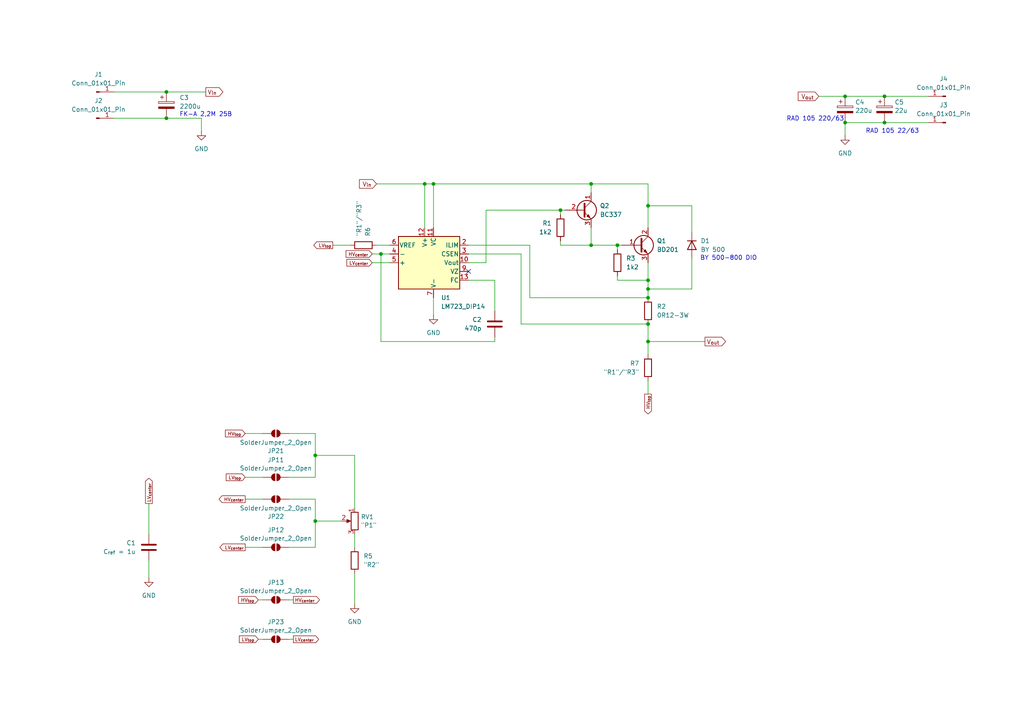
<source format=kicad_sch>
(kicad_sch (version 20231120) (generator "eeschema") (generator_version "8.0")
  (paper "A4")
  (lib_symbols
    (symbol "Connector:Conn_01x01_Pin" (pin_names (offset 1.016) hide)
      (property "Reference" "J" (at 0 2.54 0))
      (property "Value" "Conn_01x01_Pin" (at 0 -2.54 0))
      (symbol "Conn_01x01_Pin_1_1"
        (polyline (pts (xy 1.27 0) (xy 0.8636 0)) (stroke (width 0.1524)))
        (rectangle (start 0.8636 0.127) (end 0 -0.127) (stroke (width 0.1524)) (fill (type outline)))
        (pin passive line (at 5.08 0 180) (length 3.81) (name "Pin_1") (number "1"))
      )
    )
    (symbol "Device:C" (pin_numbers hide) (pin_names (offset 0.254))
      (property "Reference" "C" (at 0.635 2.54 0))
      (property "Value" "C" (at 0.635 -2.54 0))
      (symbol "C_0_1"
        (polyline (pts (xy -2.032 -0.762) (xy 2.032 -0.762)) (stroke (width 0.508)))
        (polyline (pts (xy -2.032 0.762) (xy 2.032 0.762)) (stroke (width 0.508)))
      )
      (symbol "C_1_1"
        (pin passive line (at 0 3.81 270) (length 2.794) (name "~") (number "1"))
        (pin passive line (at 0 -3.81 90) (length 2.794) (name "~") (number "2"))
      )
    )
    (symbol "Device:C_Polarized" (pin_numbers hide) (pin_names (offset 0.254))
      (property "Reference" "C" (at 0.635 2.54 0))
      (property "Value" "C_Polarized" (at 0.635 -2.54 0))
      (symbol "C_Polarized_0_1"
        (rectangle (start -2.286 0.508) (end 2.286 1.016))
        (polyline (pts (xy -1.778 2.286) (xy -0.762 2.286)))
        (polyline (pts (xy -1.27 2.794) (xy -1.27 1.778)))
        (rectangle (start 2.286 -0.508) (end -2.286 -1.016) (fill (type outline)))
      )
      (symbol "C_Polarized_1_1"
        (pin passive line (at 0 3.81 270) (length 2.794) (name "~") (number "1"))
        (pin passive line (at 0 -3.81 90) (length 2.794) (name "~") (number "2"))
      )
    )
    (symbol "Device:D" (pin_numbers hide) (pin_names (offset 1.016) hide)
      (property "Reference" "D" (at 0 2.54 0))
      (property "Value" "D" (at 0 -2.54 0))
      (symbol "D_0_1"
        (polyline (pts (xy -1.27 1.27) (xy -1.27 -1.27)) (stroke (width 0.254)))
        (polyline (pts (xy 1.27 0) (xy -1.27 0)))
        (polyline (pts (xy 1.27 1.27) (xy 1.27 -1.27) (xy -1.27 0) (xy 1.27 1.27)) (stroke (width 0.254)))
      )
      (symbol "D_1_1"
        (pin passive line (at -3.81 0 0) (length 2.54) (name "K") (number "1"))
        (pin passive line (at 3.81 0 180) (length 2.54) (name "A") (number "2"))
      )
    )
    (symbol "Device:R" (pin_numbers hide) (pin_names (offset 0))
      (property "Reference" "R" (at 2.032 0 90))
      (property "Value" "R" (at 0 0 90))
      (symbol "R_0_1"
        (rectangle (start -1.016 -2.54) (end 1.016 2.54) (stroke (width 0.254)))
      )
      (symbol "R_1_1"
        (pin passive line (at 0 3.81 270) (length 1.27) (name "~") (number "1"))
        (pin passive line (at 0 -3.81 90) (length 1.27) (name "~") (number "2"))
      )
    )
    (symbol "Device:R_Potentiometer" (pin_names (offset 1.016) hide)
      (property "Reference" "RV" (at -4.445 0 90))
      (property "Value" "R_Potentiometer" (at -2.54 0 90))
      (symbol "R_Potentiometer_0_1"
        (polyline (pts (xy 2.54 0) (xy 1.524 0)))
        (polyline (pts (xy 1.143 0) (xy 2.286 0.508) (xy 2.286 -0.508) (xy 1.143 0)) (fill (type outline)))
        (rectangle (start 1.016 2.54) (end -1.016 -2.54) (stroke (width 0.254)))
      )
      (symbol "R_Potentiometer_1_1"
        (pin passive line (at 0 3.81 270) (length 1.27) (name "1") (number "1"))
        (pin passive line (at 3.81 0 180) (length 1.27) (name "2") (number "2"))
        (pin passive line (at 0 -3.81 90) (length 1.27) (name "3") (number "3"))
      )
    )
    (symbol "Jumper:SolderJumper_2_Open" (pin_numbers hide) (pin_names (offset 0) hide) (exclude_from_sim yes) (in_bom no)
      (property "Reference" "JP" (at 0 2.032 0))
      (property "Value" "SolderJumper_2_Open" (at 0 -2.54 0))
      (symbol "SolderJumper_2_Open_0_1"
        (arc (start -0.254 1.016) (mid -1.2656 0) (end -0.254 -1.016))
        (arc (start -0.254 1.016) (mid -1.2656 0) (end -0.254 -1.016) (fill (type outline)))
        (polyline (pts (xy -0.254 1.016) (xy -0.254 -1.016)))
        (polyline (pts (xy 0.254 1.016) (xy 0.254 -1.016)))
        (arc (start 0.254 -1.016) (mid 1.2656 0) (end 0.254 1.016))
        (arc (start 0.254 -1.016) (mid 1.2656 0) (end 0.254 1.016) (fill (type outline)))
      )
      (symbol "SolderJumper_2_Open_1_1"
        (pin passive line (at -3.81 0 0) (length 2.54) (name "A") (number "1"))
        (pin passive line (at 3.81 0 180) (length 2.54) (name "B") (number "2"))
      )
    )
    (symbol "Regulator_Linear:LM723_DIP14" (pin_names (offset 0.254))
      (property "Reference" "U" (at 0.635 10.795 0))
      (property "Value" "LM723_DIP14" (at 0.635 8.89 0))
      (symbol "LM723_DIP14_0_1"
        (rectangle (start -10.16 -7.62) (end 7.62 7.62) (stroke (width 0.254)) (fill (type background)))
      )
      (symbol "LM723_DIP14_1_1"
        (pin no_connect line (at -10.16 -5.08 0) (length 2.54) hide (name "NC") (number "1"))
        (pin power_out line (at 10.16 0 180) (length 2.54) (name "Vout") (number "10"))
        (pin power_in line (at 0 10.16 270) (length 2.54) (name "VC") (number "11"))
        (pin power_in line (at -2.54 10.16 270) (length 2.54) (name "V+") (number "12"))
        (pin input line (at 10.16 -5.08 180) (length 2.54) (name "FC") (number "13"))
        (pin no_connect line (at -2.54 -7.62 90) (length 2.54) hide (name "NC") (number "14"))
        (pin input line (at 10.16 5.08 180) (length 2.54) (name "ILIM") (number "2"))
        (pin input line (at 10.16 2.54 180) (length 2.54) (name "CSEN") (number "3"))
        (pin input line (at -12.7 2.54 0) (length 2.54) (name "-") (number "4"))
        (pin input line (at -12.7 0 0) (length 2.54) (name "+") (number "5"))
        (pin power_out line (at -12.7 5.08 0) (length 2.54) (name "VREF") (number "6"))
        (pin power_in line (at 0 -10.16 90) (length 2.54) (name "V-") (number "7"))
        (pin no_connect line (at -10.16 -2.54 0) (length 2.54) hide (name "NC") (number "8"))
        (pin input line (at 10.16 -2.54 180) (length 2.54) (name "VZ") (number "9"))
      )
    )
    (symbol "Transistor_BJT:BC337" (pin_names (offset 0) hide)
      (property "Reference" "Q" (at 5.08 1.905 0))
      (property "Value" "BC337" (at 5.08 0 0))
      (symbol "BC337_0_1"
        (polyline (pts (xy 0 0) (xy 0.635 0)))
        (polyline (pts (xy 0.635 0.635) (xy 2.54 2.54)))
        (polyline (pts (xy 0.635 -0.635) (xy 2.54 -2.54) (xy 2.54 -2.54)))
        (polyline (pts (xy 0.635 1.905) (xy 0.635 -1.905) (xy 0.635 -1.905)) (stroke (width 0.508)))
        (polyline (pts (xy 1.27 -1.778) (xy 1.778 -1.27) (xy 2.286 -2.286) (xy 1.27 -1.778) (xy 1.27 -1.778)) (fill (type outline)))
        (circle (center 1.27 0) (radius 2.8194) (stroke (width 0.254)))
      )
      (symbol "BC337_1_1"
        (pin passive line (at 2.54 5.08 270) (length 2.54) (name "C") (number "1"))
        (pin input line (at -5.08 0 0) (length 5.08) (name "B") (number "2"))
        (pin passive line (at 2.54 -5.08 90) (length 2.54) (name "E") (number "3"))
      )
    )
    (symbol "Transistor_BJT:BD909" (pin_names (offset 0) hide)
      (property "Reference" "Q" (at 6.35 1.905 0))
      (property "Value" "BD909" (at 6.35 0 0))
      (symbol "BD909_0_1"
        (polyline (pts (xy 0.635 0.635) (xy 2.54 2.54)))
        (polyline (pts (xy 0.635 -0.635) (xy 2.54 -2.54) (xy 2.54 -2.54)))
        (polyline (pts (xy 0.635 1.905) (xy 0.635 -1.905) (xy 0.635 -1.905)) (stroke (width 0.508)))
        (polyline (pts (xy 1.27 -1.778) (xy 1.778 -1.27) (xy 2.286 -2.286) (xy 1.27 -1.778) (xy 1.27 -1.778)) (fill (type outline)))
        (circle (center 1.27 0) (radius 2.8194) (stroke (width 0.254)))
      )
      (symbol "BD909_1_1"
        (pin input line (at -5.08 0 0) (length 5.715) (name "B") (number "1"))
        (pin passive line (at 2.54 5.08 270) (length 2.54) (name "C") (number "2"))
        (pin passive line (at 2.54 -5.08 90) (length 2.54) (name "E") (number "3"))
      )
    )
    (symbol "power:GND" (power) (pin_numbers hide) (pin_names (offset 0) hide)
      (property "Value" "GND" (at 0 -3.81 0))
      (symbol "GND_0_1"
        (polyline (pts (xy 0 0) (xy 0 -1.27) (xy 1.27 -1.27) (xy 0 -2.54) (xy -1.27 -1.27) (xy 0 -1.27)))
      )
      (symbol "GND_1_1"
        (pin power_in line (at 0 0 270) (length 0) (name "~") (number "1"))
      )
    )
  )
  (junction (at 187.96 93.98))
  (junction (at 110.49 73.66))
  (junction (at 91.44 132.08))
  (junction (at 125.73 53.34))
  (junction (at 162.56 60.96))
  (junction (at 48.26 26.67))
  (junction (at 187.96 81.28))
  (junction (at 171.45 53.34))
  (junction (at 48.26 34.29))
  (junction (at 123.19 53.34))
  (junction (at 91.44 151.13))
  (junction (at 256.54 27.94))
  (junction (at 179.07 71.12))
  (junction (at 256.54 35.56))
  (junction (at 187.96 99.06))
  (junction (at 187.96 86.36))
  (junction (at 245.11 35.56))
  (junction (at 245.11 27.94))
  (junction (at 171.45 71.12))
  (junction (at 187.96 59.69))
  (junction (at 187.96 83.82))
  (no_connect (at 135.89 78.74))
  (wire (pts (xy 107.95 76.2) (xy 113.03 76.2)))
  (wire (pts (xy 102.87 132.08) (xy 102.87 147.32)))
  (wire (pts (xy 187.96 53.34) (xy 171.45 53.34)))
  (wire (pts (xy 58.42 34.29) (xy 58.42 38.1)))
  (wire (pts (xy 74.93 185.42) (xy 76.2 185.42)))
  (wire (pts (xy 187.96 59.69) (xy 187.96 66.04)))
  (wire (pts (xy 162.56 71.12) (xy 162.56 69.85)))
  (wire (pts (xy 102.87 154.94) (xy 102.87 158.75)))
  (wire (pts (xy 256.54 35.56) (xy 245.11 35.56)))
  (wire (pts (xy 135.89 71.12) (xy 153.67 71.12)))
  (wire (pts (xy 109.22 71.12) (xy 113.03 71.12)))
  (wire (pts (xy 102.87 166.37) (xy 102.87 175.26)))
  (wire (pts (xy 83.82 125.73) (xy 91.44 125.73)))
  (wire (pts (xy 76.2 138.43) (xy 71.12 138.43)))
  (wire (pts (xy 143.51 81.28) (xy 143.51 90.17)))
  (wire (pts (xy 43.18 146.05) (xy 43.18 154.94)))
  (wire (pts (xy 179.07 72.39) (xy 179.07 71.12)))
  (wire (pts (xy 123.19 66.04) (xy 123.19 53.34)))
  (wire (pts (xy 269.24 35.56) (xy 256.54 35.56)))
  (wire (pts (xy 110.49 99.06) (xy 143.51 99.06)))
  (wire (pts (xy 179.07 81.28) (xy 179.07 80.01)))
  (wire (pts (xy 83.82 173.99) (xy 85.09 173.99)))
  (wire (pts (xy 200.66 67.31) (xy 200.66 59.69)))
  (wire (pts (xy 91.44 132.08) (xy 102.87 132.08)))
  (wire (pts (xy 91.44 151.13) (xy 91.44 158.75)))
  (wire (pts (xy 48.26 34.29) (xy 33.02 34.29)))
  (wire (pts (xy 125.73 53.34) (xy 171.45 53.34)))
  (wire (pts (xy 187.96 81.28) (xy 187.96 83.82)))
  (wire (pts (xy 107.95 73.66) (xy 110.49 73.66)))
  (wire (pts (xy 200.66 83.82) (xy 200.66 74.93)))
  (wire (pts (xy 91.44 151.13) (xy 99.06 151.13)))
  (wire (pts (xy 140.97 76.2) (xy 135.89 76.2)))
  (wire (pts (xy 162.56 60.96) (xy 163.83 60.96)))
  (wire (pts (xy 151.13 93.98) (xy 187.96 93.98)))
  (wire (pts (xy 125.73 86.36) (xy 125.73 91.44)))
  (wire (pts (xy 43.18 162.56) (xy 43.18 167.64)))
  (wire (pts (xy 245.11 27.94) (xy 256.54 27.94)))
  (wire (pts (xy 187.96 93.98) (xy 187.96 99.06)))
  (wire (pts (xy 91.44 125.73) (xy 91.44 132.08)))
  (wire (pts (xy 91.44 138.43) (xy 83.82 138.43)))
  (wire (pts (xy 125.73 53.34) (xy 125.73 66.04)))
  (wire (pts (xy 143.51 97.79) (xy 143.51 99.06)))
  (wire (pts (xy 109.22 53.34) (xy 123.19 53.34)))
  (wire (pts (xy 256.54 27.94) (xy 269.24 27.94)))
  (wire (pts (xy 151.13 73.66) (xy 151.13 93.98)))
  (wire (pts (xy 83.82 144.78) (xy 91.44 144.78)))
  (wire (pts (xy 179.07 71.12) (xy 180.34 71.12)))
  (wire (pts (xy 162.56 60.96) (xy 162.56 62.23)))
  (wire (pts (xy 85.09 185.42) (xy 83.82 185.42)))
  (wire (pts (xy 48.26 26.67) (xy 59.69 26.67)))
  (wire (pts (xy 110.49 99.06) (xy 110.49 73.66)))
  (wire (pts (xy 171.45 71.12) (xy 171.45 66.04)))
  (wire (pts (xy 76.2 158.75) (xy 71.12 158.75)))
  (wire (pts (xy 171.45 71.12) (xy 179.07 71.12)))
  (wire (pts (xy 48.26 34.29) (xy 58.42 34.29)))
  (wire (pts (xy 33.02 26.67) (xy 48.26 26.67)))
  (wire (pts (xy 179.07 81.28) (xy 187.96 81.28)))
  (wire (pts (xy 96.52 71.12) (xy 101.6 71.12)))
  (wire (pts (xy 74.93 173.99) (xy 76.2 173.99)))
  (wire (pts (xy 91.44 158.75) (xy 83.82 158.75)))
  (wire (pts (xy 91.44 144.78) (xy 91.44 151.13)))
  (wire (pts (xy 187.96 59.69) (xy 200.66 59.69)))
  (wire (pts (xy 135.89 73.66) (xy 151.13 73.66)))
  (wire (pts (xy 153.67 86.36) (xy 187.96 86.36)))
  (wire (pts (xy 140.97 60.96) (xy 162.56 60.96)))
  (wire (pts (xy 187.96 83.82) (xy 187.96 86.36)))
  (wire (pts (xy 187.96 76.2) (xy 187.96 81.28)))
  (wire (pts (xy 140.97 60.96) (xy 140.97 76.2)))
  (wire (pts (xy 153.67 71.12) (xy 153.67 86.36)))
  (wire (pts (xy 187.96 83.82) (xy 200.66 83.82)))
  (wire (pts (xy 187.96 110.49) (xy 187.96 114.3)))
  (wire (pts (xy 110.49 73.66) (xy 113.03 73.66)))
  (wire (pts (xy 187.96 53.34) (xy 187.96 59.69)))
  (wire (pts (xy 245.11 35.56) (xy 245.11 39.37)))
  (wire (pts (xy 71.12 144.78) (xy 76.2 144.78)))
  (wire (pts (xy 171.45 53.34) (xy 171.45 55.88)))
  (wire (pts (xy 71.12 125.73) (xy 76.2 125.73)))
  (wire (pts (xy 91.44 132.08) (xy 91.44 138.43)))
  (wire (pts (xy 187.96 99.06) (xy 204.47 99.06)))
  (wire (pts (xy 187.96 99.06) (xy 187.96 102.87)))
  (wire (pts (xy 237.49 27.94) (xy 245.11 27.94)))
  (wire (pts (xy 162.56 71.12) (xy 171.45 71.12)))
  (wire (pts (xy 135.89 81.28) (xy 143.51 81.28)))
  (wire (pts (xy 123.19 53.34) (xy 125.73 53.34)))
  (text "BY 500-800 DIO" (at 211.328 74.93 0) (effects (font (size 1.27 1.27))))
  (text "RAD 105 22/63" (at 258.826 38.1 0) (effects (font (size 1.27 1.27))))
  (text "RAD 105 220/63" (at 236.474 34.544 0) (effects (font (size 1.27 1.27))))
  (text "FK-A 2,2M 25B" (at 59.69 33.274 0) (effects (font (size 1.27 1.27))))
  (global_label "LV_{top}" (shape input) (at 74.93 185.42 180) (effects (font (size 1 1))) (property "Intersheetrefs" "${INTERSHEET_REFS}" (effects (hide yes))))
  (global_label "V_{in}" (shape output) (at 59.69 26.67 0) (property "Intersheetrefs" "${INTERSHEET_REFS}" (effects (hide yes))))
  (global_label "HV_{top}" (shape input) (at 71.12 125.73 180) (effects (font (size 1 1))) (property "Intersheetrefs" "${INTERSHEET_REFS}" (effects (hide yes))))
  (global_label "HV_{center}" (shape input) (at 107.95 73.66 180) (effects (font (size 1 1))) (property "Intersheetrefs" "${INTERSHEET_REFS}" (effects (hide yes))))
  (global_label "LV_{center}" (shape output) (at 43.18 146.05 90) (effects (font (size 1 1))) (property "Intersheetrefs" "${INTERSHEET_REFS}" (effects (hide yes))))
  (global_label "LV_{center}" (shape input) (at 107.95 76.2 180) (effects (font (size 1 1))) (property "Intersheetrefs" "${INTERSHEET_REFS}" (effects (hide yes))))
  (global_label "V_{out}" (shape output) (at 204.47 99.06 0) (property "Intersheetrefs" "${INTERSHEET_REFS}" (effects (hide yes))))
  (global_label "LV_{center}" (shape output) (at 71.12 158.75 180) (effects (font (size 1 1))) (property "Intersheetrefs" "${INTERSHEET_REFS}" (effects (hide yes))))
  (global_label "HV_{center}" (shape output) (at 71.12 144.78 180) (effects (font (size 1 1))) (property "Intersheetrefs" "${INTERSHEET_REFS}" (effects (hide yes))))
  (global_label "HV_{center}" (shape output) (at 85.09 173.99 0) (effects (font (size 1 1))) (property "Intersheetrefs" "${INTERSHEET_REFS}" (effects (hide yes))))
  (global_label "V_{out}" (shape input) (at 237.49 27.94 180) (property "Intersheetrefs" "${INTERSHEET_REFS}" (effects (hide yes))))
  (global_label "HV_{top}" (shape output) (at 187.96 114.3 270) (effects (font (size 1 1))) (property "Intersheetrefs" "${INTERSHEET_REFS}" (effects (hide yes))))
  (global_label "LV_{center}" (shape output) (at 85.09 185.42 0) (effects (font (size 1 1))) (property "Intersheetrefs" "${INTERSHEET_REFS}" (effects (hide yes))))
  (global_label "HV_{top}" (shape input) (at 74.93 173.99 180) (effects (font (size 1 1))) (property "Intersheetrefs" "${INTERSHEET_REFS}" (effects (hide yes))))
  (global_label "LV_{top}" (shape input) (at 71.12 138.43 180) (effects (font (size 1 1))) (property "Intersheetrefs" "${INTERSHEET_REFS}" (effects (hide yes))))
  (global_label "V_{in}" (shape input) (at 109.22 53.34 180) (property "Intersheetrefs" "${INTERSHEET_REFS}" (effects (hide yes))))
  (global_label "LV_{top}" (shape output) (at 96.52 71.12 180) (effects (font (size 1 1))) (property "Intersheetrefs" "${INTERSHEET_REFS}" (effects (hide yes))))
  (symbol (lib_id "Regulator_Linear:LM723_DIP14") (at 125.73 76.2 0) (unit 1)
    (property "Reference" "U1" (at 127.9241 86.36 0) (effects (justify left)))
    (property "Value" "LM723_DIP14" (at 127.9241 88.9 0) (effects (justify left)))
    (property "Footprint" "Package_DIP:DIP-14_W7.62mm_LongPads" (effects (hide yes)))
    (property "Datasheet" "http://www.ti.com/lit/ds/symlink/lm723.pdf" (effects (hide yes)))
    (property "Description" "Linear Regulator (adjustable), DIP-14" (effects (hide yes)))
  )
  (symbol (lib_id "Jumper:SolderJumper_2_Open") (at 80.01 125.73 0) (mirror x) (unit 1) (exclude_from_sim yes) (in_bom no)
    (property "Reference" "JP21" (at 80.01 130.7635 0))
    (property "Value" "SolderJumper_2_Open" (at 80.01 128.3392 0))
    (property "Footprint" "Jumper:SolderJumper-2_P1.3mm_Open_RoundedPad1.0x1.5mm" (effects (hide yes)))
    (property "Description" "Solder Jumper, 2-pole, open" (effects (hide yes)))
  )
  (symbol (lib_id "Device:R") (at 105.41 71.12 270) (mirror x) (unit 1)
    (property "Reference" "R6" (at 106.6801 68.58 0) (effects (justify left)))
    (property "Value" "\"R1\"/\"R3\"" (at 104.1401 68.58 0) (effects (justify left)))
    (property "Footprint" "Resistor_THT:R_Axial_DIN0207_L6.3mm_D2.5mm_P7.62mm_Horizontal" (effects (hide yes)))
    (property "Description" "Resistor" (effects (hide yes)))
  )
  (symbol (lib_id "Jumper:SolderJumper_2_Open") (at 80.01 185.42 0) (unit 1) (exclude_from_sim yes) (in_bom no)
    (property "Reference" "JP23" (at 80.01 180.3865 0))
    (property "Value" "SolderJumper_2_Open" (at 80.01 182.8108 0))
    (property "Footprint" "Jumper:SolderJumper-2_P1.3mm_Open_RoundedPad1.0x1.5mm" (effects (hide yes)))
    (property "Description" "Solder Jumper, 2-pole, open" (effects (hide yes)))
  )
  (symbol (lib_id "Connector:Conn_01x01_Pin") (at 27.94 34.29 0) (unit 1)
    (property "Reference" "J2" (at 28.575 29.21 0))
    (property "Value" "Conn_01x01_Pin" (at 28.575 31.75 0))
    (property "Footprint" "moPsy:Connector FS-P475" (effects (hide yes)))
    (property "Description" "Generic connector, single row, 01x01, script generated" (effects (hide yes)))
  )
  (symbol (lib_id "Device:R") (at 102.87 162.56 0) (unit 1)
    (property "Reference" "R5" (at 105.41 161.2899 0) (effects (justify left)))
    (property "Value" "\"R2\"" (at 105.41 163.8299 0) (effects (justify left)))
    (property "Footprint" "Resistor_THT:R_Axial_DIN0207_L6.3mm_D2.5mm_P7.62mm_Horizontal" (effects (hide yes)))
    (property "Description" "Resistor" (effects (hide yes)))
  )
  (symbol (lib_id "Device:R") (at 187.96 106.68 0) (mirror y) (unit 1)
    (property "Reference" "R7" (at 185.42 105.4099 0) (effects (justify left)))
    (property "Value" "\"R1\"/\"R3\"" (at 185.42 107.9499 0) (effects (justify left)))
    (property "Footprint" "Resistor_THT:R_Axial_DIN0207_L6.3mm_D2.5mm_P7.62mm_Horizontal" (effects (hide yes)))
    (property "Description" "Resistor" (effects (hide yes)))
  )
  (symbol (lib_id "Device:C_Polarized") (at 245.11 31.75 0) (unit 1)
    (property "Reference" "C4" (at 248.031 29.6488 0) (effects (justify left)))
    (property "Value" "220u" (at 248.031 32.0731 0) (effects (justify left)))
    (property "Footprint" "Capacitor_THT:CP_Radial_D10.0mm_P5.00mm" (effects (hide yes)))
    (property "Description" "Polarized capacitor" (effects (hide yes)))
  )
  (symbol (lib_id "Device:C") (at 43.18 158.75 0) (unit 1)
    (property "Reference" "C1" (at 39.37 157.4799 0) (effects (justify right)))
    (property "Value" "C_{ref} = 1u" (at 39.37 160.0199 0) (effects (justify right)))
    (property "Footprint" "Capacitor_THT:C_Disc_D4.3mm_W1.9mm_P5.00mm" (effects (hide yes)))
    (property "Description" "Unpolarized capacitor" (effects (hide yes)))
  )
  (symbol (lib_id "Transistor_BJT:BC337") (at 168.91 60.96 0) (unit 1)
    (property "Reference" "Q2" (at 173.99 59.6899 0) (effects (justify left)))
    (property "Value" "BC337" (at 173.99 62.2299 0) (effects (justify left)))
    (property "Footprint" "Package_TO_SOT_THT:TO-92_HandSolder" (effects (hide yes)))
    (property "Datasheet" "https://diotec.com/tl_files/diotec/files/pdf/datasheets/bc337.pdf" (effects (hide yes)))
    (property "Description" "0.8A Ic, 45V Vce, NPN Transistor, TO-92" (effects (hide yes)))
  )
  (symbol (lib_id "Device:R") (at 187.96 90.17 0) (unit 1)
    (property "Reference" "R2" (at 190.5 88.8999 0) (effects (justify left)))
    (property "Value" "0R12-3W" (at 190.5 91.4399 0) (effects (justify left)))
    (property "Footprint" "Resistor_THT:R_Axial_DIN0614_L14.3mm_D5.7mm_P15.24mm_Horizontal" (effects (hide yes)))
    (property "Description" "Resistor" (effects (hide yes)))
  )
  (symbol (lib_id "Jumper:SolderJumper_2_Open") (at 80.01 173.99 0) (unit 1) (exclude_from_sim yes) (in_bom no)
    (property "Reference" "JP13" (at 80.01 168.9565 0))
    (property "Value" "SolderJumper_2_Open" (at 80.01 171.3808 0))
    (property "Footprint" "Jumper:SolderJumper-2_P1.3mm_Open_RoundedPad1.0x1.5mm" (effects (hide yes)))
    (property "Description" "Solder Jumper, 2-pole, open" (effects (hide yes)))
  )
  (symbol (lib_id "power:GND") (at 43.18 167.64 0) (unit 1)
    (property "Reference" "#PWR06" (effects (hide yes)))
    (property "Value" "GND" (at 43.18 172.72 0))
    (property "Description" "Power symbol creates a global label with name \"GND\" , ground" (effects (hide yes)))
  )
  (symbol (lib_id "power:GND") (at 58.42 38.1 0) (unit 1)
    (property "Reference" "#PWR01" (effects (hide yes)))
    (property "Value" "GND" (at 58.42 43.18 0))
    (property "Description" "Power symbol creates a global label with name \"GND\" , ground" (effects (hide yes)))
  )
  (symbol (lib_id "Jumper:SolderJumper_2_Open") (at 80.01 144.78 0) (mirror x) (unit 1) (exclude_from_sim yes) (in_bom no)
    (property "Reference" "JP22" (at 80.01 149.8135 0))
    (property "Value" "SolderJumper_2_Open" (at 80.01 147.3892 0))
    (property "Footprint" "Jumper:SolderJumper-2_P1.3mm_Open_RoundedPad1.0x1.5mm" (effects (hide yes)))
    (property "Description" "Solder Jumper, 2-pole, open" (effects (hide yes)))
  )
  (symbol (lib_id "Connector:Conn_01x01_Pin") (at 274.32 35.56 0) (mirror y) (unit 1)
    (property "Reference" "J3" (at 273.685 30.48 0))
    (property "Value" "Conn_01x01_Pin" (at 273.685 33.02 0))
    (property "Footprint" "moPsy:Connector FS-P475" (effects (hide yes)))
    (property "Description" "Generic connector, single row, 01x01, script generated" (effects (hide yes)))
  )
  (symbol (lib_id "power:GND") (at 125.73 91.44 0) (unit 1)
    (property "Reference" "#PWR02" (effects (hide yes)))
    (property "Value" "GND" (at 125.73 96.52 0))
    (property "Description" "Power symbol creates a global label with name \"GND\" , ground" (effects (hide yes)))
  )
  (symbol (lib_id "Device:R") (at 162.56 66.04 0) (mirror y) (unit 1)
    (property "Reference" "R1" (at 160.02 64.7699 0) (effects (justify left)))
    (property "Value" "1k2" (at 160.02 67.3099 0) (effects (justify left)))
    (property "Footprint" "Resistor_THT:R_Axial_DIN0207_L6.3mm_D2.5mm_P7.62mm_Horizontal" (effects (hide yes)))
    (property "Description" "Resistor" (effects (hide yes)))
  )
  (symbol (lib_id "Device:D") (at 200.66 71.12 270) (unit 1)
    (property "Reference" "D1" (at 203.2 69.8499 90) (effects (justify left)))
    (property "Value" "BY 500" (at 203.2 72.3899 90) (effects (justify left)))
    (property "Footprint" "Diode_THT:D_DO-201_P12.70mm_Horizontal" (effects (hide yes)))
    (property "Description" "Diode" (effects (hide yes)))
    (property "Sim.Device" "D" (effects (hide yes)))
    (property "Sim.Pins" "1=K 2=A" (effects (hide yes)))
  )
  (symbol (lib_id "Transistor_BJT:BD909") (at 185.42 71.12 0) (unit 1)
    (property "Reference" "Q1" (at 190.5 69.8499 0) (effects (justify left)))
    (property "Value" "BD201" (at 190.5 72.3899 0) (effects (justify left)))
    (property "Footprint" "Package_TO_SOT_THT:TO-220-3_Vertical" (effects (hide yes)))
    (property "Description" "8A, Silicon Power NPN Transistors, TO-220" (effects (hide yes)))
  )
  (symbol (lib_id "Jumper:SolderJumper_2_Open") (at 80.01 138.43 0) (unit 1) (exclude_from_sim yes) (in_bom no)
    (property "Reference" "JP11" (at 80.01 133.3965 0))
    (property "Value" "SolderJumper_2_Open" (at 80.01 135.8208 0))
    (property "Footprint" "Jumper:SolderJumper-2_P1.3mm_Open_RoundedPad1.0x1.5mm" (effects (hide yes)))
    (property "Description" "Solder Jumper, 2-pole, open" (effects (hide yes)))
  )
  (symbol (lib_id "Device:C_Polarized") (at 256.54 31.75 0) (unit 1)
    (property "Reference" "C5" (at 259.461 29.6488 0) (effects (justify left)))
    (property "Value" "22u" (at 259.461 32.0731 0) (effects (justify left)))
    (property "Footprint" "Capacitor_THT:CP_Radial_D6.3mm_P2.50mm" (effects (hide yes)))
    (property "Description" "Polarized capacitor" (effects (hide yes)))
  )
  (symbol (lib_id "Jumper:SolderJumper_2_Open") (at 80.01 158.75 0) (unit 1) (exclude_from_sim yes) (in_bom no)
    (property "Reference" "JP12" (at 80.01 153.7165 0))
    (property "Value" "SolderJumper_2_Open" (at 80.01 156.1408 0))
    (property "Footprint" "Jumper:SolderJumper-2_P1.3mm_Open_RoundedPad1.0x1.5mm" (effects (hide yes)))
    (property "Description" "Solder Jumper, 2-pole, open" (effects (hide yes)))
  )
  (symbol (lib_id "Connector:Conn_01x01_Pin") (at 27.94 26.67 0) (unit 1)
    (property "Reference" "J1" (at 28.575 21.59 0))
    (property "Value" "Conn_01x01_Pin" (at 28.575 24.13 0))
    (property "Footprint" "moPsy:Connector FS-P475" (effects (hide yes)))
    (property "Description" "Generic connector, single row, 01x01, script generated" (effects (hide yes)))
  )
  (symbol (lib_id "Device:C") (at 143.51 93.98 0) (unit 1)
    (property "Reference" "C2" (at 139.7 92.7099 0) (effects (justify right)))
    (property "Value" "470p" (at 139.7 95.2499 0) (effects (justify right)))
    (property "Footprint" "Capacitor_THT:C_Disc_D4.3mm_W1.9mm_P5.00mm" (effects (hide yes)))
    (property "Description" "Unpolarized capacitor" (effects (hide yes)))
  )
  (symbol (lib_id "Connector:Conn_01x01_Pin") (at 274.32 27.94 180) (unit 1)
    (property "Reference" "J4" (at 273.685 22.86 0))
    (property "Value" "Conn_01x01_Pin" (at 273.685 25.4 0))
    (property "Footprint" "moPsy:Connector FS-P475" (effects (hide yes)))
    (property "Description" "Generic connector, single row, 01x01, script generated" (effects (hide yes)))
  )
  (symbol (lib_id "power:GND") (at 245.11 39.37 0) (mirror y) (unit 1)
    (property "Reference" "#PWR03" (effects (hide yes)))
    (property "Value" "GND" (at 245.11 44.45 0))
    (property "Description" "Power symbol creates a global label with name \"GND\" , ground" (effects (hide yes)))
  )
  (symbol (lib_id "Device:R") (at 179.07 76.2 0) (mirror y) (unit 1)
    (property "Reference" "R3" (at 181.61 74.9299 0) (effects (justify right)))
    (property "Value" "1k2" (at 181.61 77.4699 0) (effects (justify right)))
    (property "Footprint" "Resistor_THT:R_Axial_DIN0207_L6.3mm_D2.5mm_P7.62mm_Horizontal" (effects (hide yes)))
    (property "Description" "Resistor" (effects (hide yes)))
  )
  (symbol (lib_id "power:GND") (at 102.87 175.26 0) (unit 1)
    (property "Reference" "#PWR07" (effects (hide yes)))
    (property "Value" "GND" (at 102.87 180.34 0))
    (property "Description" "Power symbol creates a global label with name \"GND\" , ground" (effects (hide yes)))
  )
  (symbol (lib_id "Device:R_Potentiometer") (at 102.87 151.13 0) (mirror y) (unit 1)
    (property "Reference" "RV1" (at 104.648 149.9178 0) (effects (justify right)))
    (property "Value" "\"P1\"" (at 104.648 152.3421 0) (effects (justify right)))
    (property "Footprint" "Potentiometer_THT:Potentiometer_Piher_PT-10-V10_Vertical" (effects (hide yes)))
    (property "Description" "Potentiometer" (effects (hide yes)))
  )
  (symbol (lib_id "Device:C_Polarized") (at 48.26 30.48 0) (unit 1)
    (property "Reference" "C3" (at 52.07 28.3209 0) (effects (justify left)))
    (property "Value" "2200u" (at 52.07 30.8609 0) (effects (justify left)))
    (property "Footprint" "Capacitor_THT:CP_Radial_D16.0mm_P7.50mm" (effects (hide yes)))
    (property "Description" "Polarized capacitor" (effects (hide yes)))
  )
)
</source>
